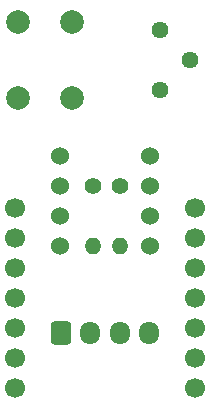
<source format=gbr>
%TF.GenerationSoftware,KiCad,Pcbnew,7.0.9*%
%TF.CreationDate,2024-03-04T02:30:35+09:00*%
%TF.ProjectId,Gyro_Backup,4779726f-5f42-4616-936b-75702e6b6963,rev?*%
%TF.SameCoordinates,Original*%
%TF.FileFunction,Soldermask,Bot*%
%TF.FilePolarity,Negative*%
%FSLAX46Y46*%
G04 Gerber Fmt 4.6, Leading zero omitted, Abs format (unit mm)*
G04 Created by KiCad (PCBNEW 7.0.9) date 2024-03-04 02:30:35*
%MOMM*%
%LPD*%
G01*
G04 APERTURE LIST*
G04 Aperture macros list*
%AMRoundRect*
0 Rectangle with rounded corners*
0 $1 Rounding radius*
0 $2 $3 $4 $5 $6 $7 $8 $9 X,Y pos of 4 corners*
0 Add a 4 corners polygon primitive as box body*
4,1,4,$2,$3,$4,$5,$6,$7,$8,$9,$2,$3,0*
0 Add four circle primitives for the rounded corners*
1,1,$1+$1,$2,$3*
1,1,$1+$1,$4,$5*
1,1,$1+$1,$6,$7*
1,1,$1+$1,$8,$9*
0 Add four rect primitives between the rounded corners*
20,1,$1+$1,$2,$3,$4,$5,0*
20,1,$1+$1,$4,$5,$6,$7,0*
20,1,$1+$1,$6,$7,$8,$9,0*
20,1,$1+$1,$8,$9,$2,$3,0*%
G04 Aperture macros list end*
%ADD10C,1.524000*%
%ADD11C,1.700000*%
%ADD12C,1.400000*%
%ADD13O,1.400000X1.400000*%
%ADD14RoundRect,0.250000X-0.600000X-0.725000X0.600000X-0.725000X0.600000X0.725000X-0.600000X0.725000X0*%
%ADD15O,1.700000X1.950000*%
%ADD16C,2.000000*%
%ADD17C,1.440000*%
G04 APERTURE END LIST*
D10*
%TO.C,U3*%
X142240000Y-78994000D03*
X142240000Y-81534000D03*
X142240000Y-84074000D03*
X142240000Y-86614000D03*
X149860000Y-78994000D03*
X149860000Y-81534000D03*
X149860000Y-84074000D03*
X149860000Y-86614000D03*
%TD*%
D11*
%TO.C,U2*%
X153669131Y-98666300D03*
X153669131Y-96126300D03*
X153669131Y-93586300D03*
X153669131Y-91046300D03*
X153669131Y-88506300D03*
X153669131Y-85966300D03*
X153669131Y-83426300D03*
X138429131Y-83426300D03*
X138429131Y-85966300D03*
X138429131Y-88506300D03*
X138429131Y-91046300D03*
X138429131Y-93586300D03*
X138429131Y-96126300D03*
X138429131Y-98666300D03*
%TD*%
D12*
%TO.C,R2*%
X147320000Y-81534000D03*
D13*
X147320000Y-86614000D03*
%TD*%
D12*
%TO.C,R1*%
X145034000Y-81534000D03*
D13*
X145034000Y-86614000D03*
%TD*%
D14*
%TO.C,J1*%
X142300000Y-93959000D03*
D15*
X144800000Y-93959000D03*
X147300000Y-93959000D03*
X149800000Y-93959000D03*
%TD*%
D16*
%TO.C,SW1*%
X138720000Y-74116000D03*
X138720000Y-67616000D03*
X143220000Y-74116000D03*
X143220000Y-67616000D03*
%TD*%
D17*
%TO.C,RV1*%
X150697000Y-73391000D03*
X153237000Y-70851000D03*
X150697000Y-68311000D03*
%TD*%
M02*

</source>
